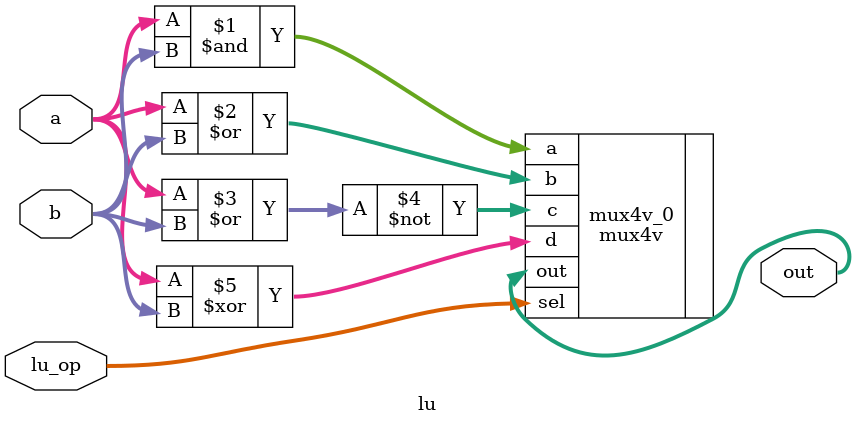
<source format=sv>
module lu #(
    parameter width = 32
) (
    input logic [width-1:0] a,
    input logic [width-1:0] b,
    input logic [1:0] lu_op,
    output logic [width-1:0] out
);
    mux4v #(width) mux4v_0 (
        .out(out),
        .a  (a & b),
        .b  (a | b),
        .c  (~(a | b)),
        .d  (a ^ b),
        .sel(lu_op)
    );
endmodule

</source>
